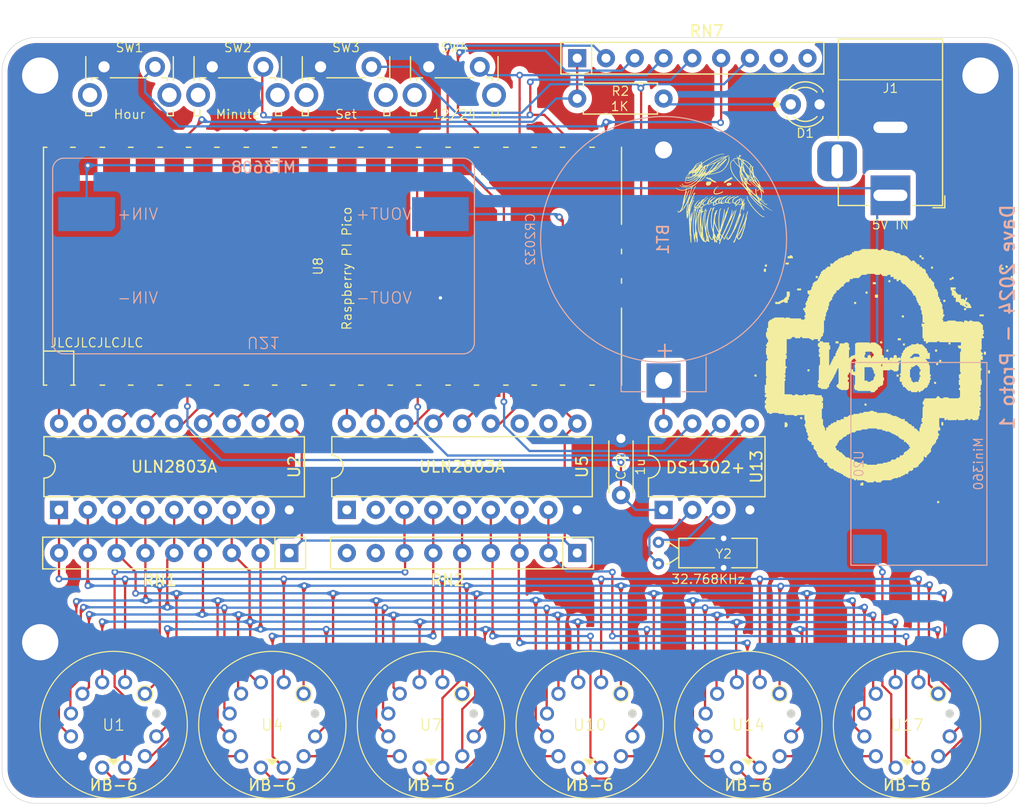
<source format=kicad_pcb>
(kicad_pcb (version 20240108) (generator "pcbnew") (generator_version "8.0")
  (layers (0 "F.Cu" signal) (31 "B.Cu" signal) (34 "B.Paste" user) (35 "F.Paste" user) (36 "B.SilkS" user "B.Silkscreen") (37 "F.SilkS" user "F.Silkscreen") (38 "B.Mask" user) (39 "F.Mask" user) (44 "Edge.Cuts" user))
  (net 0 "")
  (net 2 "GND")
  (net 3 "+5V")
  (net 4 "/SEG_{DP}")
  (net 5 "/SEG_{A}")
  (net 6 "/SEG_{B}")
  (net 7 "/SEG_{F}")
  (net 8 "/SEG_{G}")
  (net 9 "+25V")
  (net 10 "/SEG_{D}")
  (net 11 "/SEG_{C}")
  (net 12 "/SEG_{E}")
  (net 13 "/GRID_{2}")
  (net 14 "Net-(BT1-+)")
  (net 15 "/GRID_{4}")
  (net 16 "/SW_SET")
  (net 17 "/GRID_{5}")
  (net 18 "/GRID_{1}")
  (net 19 "/GRID_{6}")
  (net 20 "/GRID_{3}")
  (net 21 "Net-(U1-F+)")
  (net 22 "+1V0")
  (net 24 "Net-(U10-F+)")
  (net 25 "Net-(U10-F-)")
  (net 26 "Net-(U4-F+)")
  (net 27 "Net-(D1-A)")
  (net 28 "/SW_12-24")
  (net 29 "/RTC_{SDA}")
  (net 30 "/RTC_{SCL}")
  (net 31 "Net-(U13-X1)")
  (net 32 "Net-(U13-X2)")
  (net 33 "/SW_HOUR")
  (net 34 "/SW_MINUTE")
  (net 36 "Net-(U14-F+)")
  (net 37 "+3V3")
  (net 53 "/SEG_OUT_{DP}")
  (net 54 "/SEG_OUT_{F}")
  (net 55 "/SEG_OUT_{A}")
  (net 56 "/SEG_OUT_{G}")
  (net 57 "/SEG_OUT_{C}")
  (net 58 "/SEG_OUT_{B}")
  (net 59 "/SEG_OUT_{E}")
  (net 60 "/SEG_OUT_{D}")
  (net 61 "/GRID_OUT_{2}")
  (net 62 "/GRID_OUT_{5}")
  (net 63 "/GRID_OUT_{4}")
  (net 64 "/GRID_OUT_{1}")
  (net 65 "/GRID_OUT_{6}")
  (net 66 "/GRID_OUT_{3}")
  (footprint "Local:LED_D3.0mm" (layer "F.Cu") (at 94.742 29.7315 180)
    (property "Reference" "D1")
    (property "Value" "D1" (hide yes))
  )
  (footprint "Local:MountingHole_3.2mm_M3_DIN965_Pad" (layer "F.Cu") (at 25.9742 77.216)
    (property "Reference" "H2" (hide yes))
    (property "Value" "~")
  )
  (footprint "Local:IV-6" (layer "F.Cu") (at 88.455689 84.5218)
    (property "Reference" "U14")
    (property "Value" "ИВ-6")
    (fp_circle (center 3.767111 -1.009394) (end 4.148111 -1.009394) (stroke (width 0.01)) (fill solid) (layer "Edge.Cuts"))
  )
  (footprint "Local:RPi_Pico_SMD" (layer "F.Cu") (at 51.7644 44.01965 90)
    (property "Reference" "U8")
    (property "Value" "Raspberry PI Pico")
  )
  (footprint "Resistor_THT:R_Array_SIP9" (layer "F.Cu") (at 73.3544 69.342 180)
    (property "Reference" "RN2")
    (property "Value" "10K")
  )
  (footprint "Local:crankery_small" (layer "F.Cu") (at 86.012901 38.152824)
    (property "Reference" "G***" (hide yes))
    (property "Value" "LOGO" (hide yes))
  )
  (footprint "Local:MountingHole_3.2mm_M3_DIN965_Pad" (layer "F.Cu") (at 25.9742 27.1932)
    (property "Reference" "H1" (hide yes))
    (property "Value" "~")
  )
  (footprint "Local:DIP-18_W7.62mm" (layer "F.Cu") (at 27.6344 65.532 90)
    (property "Reference" "U2")
    (property "Value" "ULN2803A")
  )
  (footprint "Local:C_Disc_D4.3mm_W1.9mm_P5.00mm" (layer "F.Cu") (at 77.216 64.232 90)
    (property "Reference" "C12")
    (property "Value" "1u")
  )
  (footprint "Local:MountingHole_3.2mm_M3_DIN965_Pad" (layer "F.Cu") (at 108.937178 27.1932)
    (property "Reference" "H3" (hide yes))
    (property "Value" "~")
  )
  (footprint "Local:BarrelJack_Horizontal" (layer "F.Cu") (at 100.9904 37.76 -90)
    (property "Reference" "J1")
    (property "Value" "5V IN")
  )
  (footprint "Local:iv6" (layer "F.Cu") (at 99.5172 52.832)
    (property "Reference" "G***")
    (property "Value" "LOGO" (hide yes))
  )
  (footprint "Local:IV-6" (layer "F.Cu") (at 46.455689 84.5218)
    (property "Reference" "U4")
    (property "Value" "ИВ-6")
    (fp_circle (center 3.767111 -1.009394) (end 4.148111 -1.009394) (stroke (width 0.01)) (fill solid) (layer "Edge.Cuts"))
  )
  (footprint "Local:DIP-18_W7.62mm" (layer "F.Cu") (at 53.0344 65.532 90)
    (property "Reference" "U5")
    (property "Value" "ULN2803A")
  )
  (footprint "Local:IV-6" (layer "F.Cu") (at 60.455689 84.5218)
    (property "Reference" "U7")
    (property "Value" "ИВ-6")
    (fp_circle (center 3.767111 -1.009394) (end 4.148111 -1.009394) (stroke (width 0.01)) (fill solid) (layer "Edge.Cuts"))
  )
  (footprint "Local:IV-6" (layer "F.Cu") (at 74.455689 84.5218)
    (property "Reference" "U10")
    (property "Value" "ИВ-6")
    (fp_circle (center 3.767111 -1.009394) (end 4.148111 -1.009394) (stroke (width 0.01)) (fill solid) (layer "Edge.Cuts"))
  )
  (footprint "Resistor_THT:R_Array_SIP9" (layer "F.Cu") (at 73.3544 25.653)
    (property "Reference" "RN7")
    (property "Value" "10K")
  )
  (footprint "Local:SW_Tactile_SPST_Angled_PTS645Vx58-2LFS" (layer "F.Cu") (at 60.2586 26.4173)
    (property "Reference" "SW4")
    (property "Value" "12/24")
  )
  (footprint "Local:SW_Tactile_SPST_Angled_PTS645Vx58-2LFS" (layer "F.Cu") (at 50.7086 26.4173)
    (property "Reference" "SW3")
    (property "Value" "Set")
  )
  (footprint "Local:IV-6" (layer "F.Cu") (at 32.455689 84.5218)
    (property "Reference" "U1")
    (property "Value" "ИВ-6")
    (fp_circle (center 3.767111 -1.009394) (end 4.148111 -1.009394) (stroke (width 0.01)) (fill solid) (layer "Edge.Cuts"))
  )
  (footprint "Local:R_Axial_DIN0207_L6.3mm_D2.5mm_P7.62mm_Horizontal" (layer "F.Cu") (at 73.3544 29.21775)
    (property "Reference" "R2")
    (property "Value" "1K")
  )
  (footprint "Local:MountingHole_3.2mm_M3_DIN965_Pad" (layer "F.Cu") (at 108.937178 77.216)
    (property "Reference" "H4" (hide yes))
    (property "Value" "~")
  )
  (footprint "Resistor_THT:R_Array_SIP9" (layer "F.Cu") (at 47.9544 69.342 180)
    (property "Reference" "RN1")
    (property "Value" "10K")
  )
  (footprint "Local:IV-6" (layer "F.Cu") (at 102.455689 84.5218)
    (property "Reference" "U17")
    (property "Value" "ИВ-6")
    (fp_circle (center 3.767111 -1.009394) (end 4.148111 -1.009394) (stroke (width 0.01)) (fill solid) (layer "Edge.Cuts"))
  )
  (footprint "Local:SW_Tactile_SPST_Angled_PTS645Vx58-2LFS" (layer "F.Cu") (at 41.1586 26.4173)
    (property "Reference" "SW2")
    (property "Value" "Minute")
  )
  (footprint "Local:DIP-8_W7.62mm" (layer "F.Cu") (at 80.9744 65.532 90)
    (property "Reference" "U13")
    (property "Value" "DS1302+")
  )
  (footprint "Local:SW_Tactile_SPST_Angled_PTS645Vx58-2LFS" (layer "F.Cu") (at 31.6086 26.4173)
    (property "Reference" "SW1")
    (property "Value" "Hour")
  )
  (footprint "Local:Crystal_C26-LF_D2.1mm_L6.5mm_Horizontal_1EP_style2" (layer "F.Cu") (at 89.0244 68.392 -90)
    (property "Reference" "Y2")
    (property "Value" "32.768KHz")
  )
  (footprint "Local:Mini360-Module" (layer "B.Cu") (at 97.505 61.468 -90)
    (property "Reference" "U20")
    (property "Value" "Mini360")
  )
  (footprint "Local:MT3608-Module" (layer "B.Cu") (at 45.6791 51.705715)
    (property "Reference" "U21")
    (property "Value" "MT3608")
  )
  (footprint "Local:BatteryHolder_Myoung_BS-02-Axxx006" (layer "B.Cu") (at 80.9744 54.242 90)
    (property "Reference" "BT1")
    (property "Value" "CR2032")
  )
  (gr_line (start 22.606 88.44) (end 22.606 26.825) (stroke (width 0.05)) (layer "Edge.Cuts"))
  (gr_arc (start 25.606 91.44) (mid 23.48468 90.56132) (end 22.606 88.44) (stroke (width 0.05)) (layer "Edge.Cuts"))
  (gr_line (start 112.305378 26.825) (end 112.305378 88.44) (stroke (width 0.05)) (layer "Edge.Cuts"))
  (gr_arc (start 112.305378 88.44) (mid 111.426698 90.56132) (end 109.305378 91.44) (stroke (width 0.05)) (layer "Edge.Cuts"))
  (gr_line (start 25.606 23.825) (end 109.305378 23.825) (stroke (width 0.05)) (layer "Edge.Cuts"))
  (gr_arc (start 109.305378 23.825) (mid 111.426698 24.70368) (end 112.305378 26.825) (stroke (width 0.05)) (layer "Edge.Cuts"))
  (gr_arc (start 22.606 26.825) (mid 23.48468 24.70368) (end 25.606 23.825) (stroke (width 0.05)) (layer "Edge.Cuts"))
  (gr_line (start 109.305378 91.44) (end 25.606 91.44) (stroke (width 0.05)) (layer "Edge.Cuts"))
  (gr_text "Dave 2024 - Proto 1" (at 111.3282 38.453172 90) (layer "B.SilkS") (effects (font (size 1.2 1.2) (thickness 0.2) (bold yes)) (justify left mirror)))
  (gr_text "JLCJLCJLCJLC" (at 30.968686 50.7746 0) (layer "F.SilkS") (effects (font (size 0.8 0.8) (thickness 0.1))))
  (via (at 61.2846 46.81863) (size 0.6) (drill 0.3) (layers "F.Cu" "B.Cu") (net 2))
  (via (at 30.1744 35.12965) (size 0.6) (drill 0.3) (layers "F.Cu" "B.Cu") (net 3))
  (segment (start 30.0736 35.23045) (end 30.0736 39.4208) (width 0.2) (layer "B.Cu") (net 3))
  (segment (start 99.822 38.8284) (end 99.822 53.041) (width 0.2) (layer "B.Cu") (net 3))
  (segment (start 65.3288 37.1348) (end 63.2968 35.1028) (width 0.2) (layer "B.Cu") (net 3))
  (segment (start 30.20125 35.1028) (end 30.1744 35.12965) (width 0.2) (layer "B.Cu") (net 3))
  (segment (start 100.4652 37.1348) (end 65.3288 37.1348) (width 0.2) (layer "B.Cu") (net 3))
  (segment (start 30.1744 35.12965) (end 30.0736 35.23045) (width 0.2) (layer "B.Cu") (net 3))
  (segment (start 63.2968 35.1028) (end 30.20125 35.1028) (width 0.2) (layer "B.Cu") (net 3))
  (segment (start 99.822 53.041) (end 98.925 53.938) (width 0.2) (layer "B.Cu") (net 3))
  (segment (start 37.2364 84.517594) (end 36.2228 85.531194) (width 0.2) (layer "F.Cu") (net 4))
  (segment (start 79.4512 83.67135) (end 78.2228 84.89975) (width 0.2) (layer "F.Cu") (net 4))
  (segment (start 45.4144 76.0722) (end 45.4144 69.342) (width 0.2) (layer "F.Cu") (net 4))
  (segment (start 78.2228 84.89975) (end 78.2228 85.531194) (width 0.2) (layer "F.Cu") (net 4))
  (segment (start 65.2038 76.1472) (end 65.2038 84.550194) (width 0.2) (layer "F.Cu") (net 4))
  (segment (start 105.156 80.3656) (end 107.2896 82.4992) (width 0.2) (layer "F.Cu") (net 4))
  (segment (start 93.2038 84.550194) (end 92.2228 85.531194) (width 0.2) (layer "F.Cu") (net 4))
  (segment (start 65.278 76.073) (end 65.2038 76.1472) (width 0.2) (layer "F.Cu") (net 4))
  (segment (start 105.156 76.108) (end 105.156 80.3656) (width 0.2) (layer "F.Cu") (net 4))
  (segment (start 45.4152 76.073) (end 45.4144 76.0722) (width 0.2) (layer "F.Cu") (net 4))
  (segment (start 51.216 84.537994) (end 51.216 76.073) (width 0.2) (layer "F.Cu") (net 4))
  (segment (start 65.2038 84.550194) (end 64.2228 85.531194) (width 0.2) (layer "F.Cu") (net 4))
  (segment (start 107.2896 82.4992) (end 107.2896 84.464394) (width 0.2) (layer "F.Cu") (net 4))
  (segment (start 50.2228 85.531194) (end 51.216 84.537994) (width 0.2) (layer "F.Cu") (net 4))
  (segment (start 79.5116 76.073) (end 79.4512 76.1334) (width 0.2) (layer "F.Cu") (net 4))
  (segment (start 37.1856 76.003) (end 37.2364 76.0538) (width 0.2) (layer "F.Cu") (net 4))
  (segment (start 79.4512 76.1334) (end 79.4512 83.67135) (width 0.2) (layer "F.Cu") (net 4))
  (segment (start 37.2364 76.0538) (end 37.2364 84.517594) (width 0.2) (layer "F.Cu") (net 4))
  (segment (start 93.2038 76.273) (end 93.2038 84.550194) (width 0.2) (layer "F.Cu") (net 4))
  (segment (start 45.4144 65.532) (end 45.4144 69.342) (width 0.2) (layer "F.Cu") (net 4))
  (segment (start 107.2896 84.464394) (end 106.2228 85.531194) (width 0.2) (layer "F.Cu") (net 4))
  (segment (start 105.1656 76.0984) (end 105.156 76.108) (width 0.2) (layer "F.Cu") (net 4))
  (segment (start 93.0038 76.073) (end 93.2038 76.273) (width 0.2) (layer "F.Cu") (net 4))
  (via (at 79.5116 76.073) (size 0.6) (drill 0.3) (layers "F.Cu" "B.Cu") (net 4))
  (via (at 93.0038 76.073) (size 0.6) (drill 0.3) (layers "F.Cu" "B.Cu") (net 4))
  (via (at 105.1656 76.0984) (size 0.6) (drill 0.3) (layers "F.Cu" "B.Cu") (net 4))
  (via (at 45.4152 76.073) (size 0.6) (drill 0.3) (layers "F.Cu" "B.Cu") (net 4))
  (via (at 37.1856 76.003) (size 0.6) (drill 0.3) (layers "F.Cu" "B.Cu") (net 4))
  (via (at 51.216 76.073) (size 0.6) (drill 0.3) (layers "F.Cu" "B.Cu") (net 4))
  (via (at 65.278 76.073) (size 0.6) (drill 0.3) (layers "F.Cu" "B.Cu") (net 4))
  (segment (start 105.1656 76.0984) (end 105.1402 76.073) (width 0.2) (layer "B.Cu") (net 4))
  (segment (start 105.1402 76.073) (end 93.0038 76.073) (width 0.2) (layer "B.Cu") (net 4))
  (segment (start 37.2556 76.073) (end 45.4152 76.073) (width 0.2) (layer "B.Cu") (net 4))
  (segment (start 45.4152 76.073) (end 65.278 76.073) (width 0.2) (layer "B.Cu") (net 4))
  (segment (start 93.0038 76.073) (end 65.278 76.073) (width 0.2) (layer "B.Cu") (net 4))
  (segment (start 37.1856 76.003) (end 37.2556 76.073) (width 0.2) (layer "B.Cu") (net 4))
  (segment (start 61.465083 71.630917) (end 61.468 71.628) (width 0.2) (layer "F.Cu") (net 5))
  (segment (start 89.465083 71.812083) (end 89.408 71.755) (width 0.2) (layer "F.Cu") (net 5))
  (segment (start 47.465083 71.660917) (end 47.498 71.628) (width 0.2) (layer "F.Cu") (net 5))
  (segment (start 47.465083 80.754689) (end 47.465083 71.660917) (width 0.2) (layer "F.Cu") (net 5))
  (segment (start 27.6344 69.342) (end 27.6344 65.532) (width 0.2) (layer "F.Cu") (net 5))
  (segment (start 89.408 71.755) (end 89.535 71.628) (width 0.2) (layer "F.Cu") (net 5))
  (segment (start 61.465083 80.754689) (end 61.465083 71.630917) (width 0.2) (layer "F.Cu") (net 5))
  (segment (start 103.4796 79.824469) (end 103.465083 79.838986) (width 0.2) (layer "F.Cu") (net 5))
  (segment (start 103.465083 79.838986) (end 103.465083 80.754689) (width 0.2) (layer "F.Cu") (net 5))
  (segment (start 75.465083 80.754689) (end 75.465083 71.755) (width 0.2) (layer "F.Cu") (net 5))
  (segment (start 33.465083 80.754689) (end 33.465083 71.692083) (width 0.2) (layer "F.Cu") (net 5))
  (segment (start 89.465083 80.754689) (end 89.465083 71.812083) (width 0.2) (layer "F.Cu") (net 5))
  (segment (start 33.465083 71.692083) (end 33.401 71.628) (width 0.2) (layer "F.Cu") (net 5))
  (segment (start 103.4796 71.628) (end 103.4796 79.824469) (width 0.2) (layer "F.Cu") (net 5))
  (segment (start 75.465083 71.600917) (end 75.465083 71.755) (width 0.2) (layer "F.Cu") (net 5))
  (segment (start 27.6344 71.628) (end 27.6344 69.342) (width 0.2) (layer "F.Cu") (net 5))
  (via (at 47.465083 71.628) (size 0.6) (drill 0.3) (layers "F.Cu" "B.Cu") (net 5))
  (via (at 33.465083 71.628) (size 0.6) (drill 0.3) (layers "F.Cu" "B.Cu") (net 5))
  (via (at 103.4796 71.628) (size 0.6) (drill 0.3) (layers "F.Cu" "B.Cu") (net 5))
  (via (at 27.6344 71.628) (size 0.6) (drill 0.3) (layers "F.Cu" "B.Cu") (net 5))
  (via (at 75.465083 71.628) (size 0.6) (drill 0.3) (layers "F.Cu" "B.Cu") (net 5))
  (via (at 89.465083 71.628) (size 0.6) (drill 0.3) (layers "F.Cu" "B.Cu") (net 5))
  (via (at 61.465083 71.628) (size 0.6) (drill 0.3) (layers "F.Cu" "B.Cu") (net 5))
  (segment (start 27.6344 71.628) (end 103.4796 71.628) (width 0.2) (layer "B.Cu") (net 5))
  (segment (start 49.213405 72.290595) (end 49.276 72.228) (width 0.2) (layer "F.Cu") (net 6))
  (segment (start 91.213405 81.764084) (end 91.213405 72.362595) (width 0.2) (layer "F.Cu") (net 6))
  (segment (start 104.390083 72.190717) (end 104.390083 80.940762) (width 0.2) (layer "F.Cu") (net 6))
  (segment (start 77.213405 81.764084) (end 77.213405 72.230595) (width 0.2) (layer "F.Cu") (net 6))
  (segment (start 77.213405 72.230595) (end 77.216 72.228) (width 0.2) (layer "F.Cu") (net 6))
  (segment (start 36.5252 80.452289) (end 35.213405 81.764084) (width 0.2) (layer "F.Cu") (net 6))
  (segment (start 49.213405 81.764084) (end 49.213405 72.290595) (width 0.2) (layer "F.Cu") (net 6))
  (segment (start 104.390083 80.940762) (end 105.213405 81.764084) (width 0.2) (layer "F.Cu") (net 6))
  (segment (start 91.213405 72.362595) (end 91.313 72.263) (width 0.2) (layer "F.Cu") (net 6))
  (segment (start 63.6016 72.228) (end 63.6016 81.375889) (width 0.2) (layer "F.Cu") (net 6))
  (segment (start 63.6016 81.375889) (end 63.213405 81.764084) (width 0.2) (layer "F.Cu") (net 6))
  (segment (start 30.1744 69.342) (end 30.1744 65.532) (width 0.2) (layer "F.Cu") (net 6))
  (segment (start 30.189404 72.228) (end 30.1744 72.212996) (width 0.2) (layer "F.Cu") (net 6))
  (segment (start 30.1744 72.212996) (end 30.1744 69.342) (width 0.2) (layer "F.Cu") (net 6))
  (segment (start 36.5252 72.228) (end 36.5252 80.452289) (width 0.2) (layer "F.Cu") (net 6))
  (segment (start 104.4448 72.136) (end 104.390083 72.190717) (width 0.2) (layer "F.Cu") (net 6))
  (via (at 49.276 72.228) (size 0.6) (drill 0.3) (layers "F.Cu" "B.Cu") (net 6))
  (via (at 36.5252 72.228) (size 0.6) (drill 0.3) (layers "F.Cu" "B.Cu") (net 6))
  (via (at 63.6016 72.228) (size 0.6) (drill 0.3) (layers "F.Cu" "B.Cu") (net 6))
  (via (at 91.313 72.263) (size 0.6) (drill 0.3) (layers "F.Cu" "B.Cu") (net 6))
  (via (at 30.189404 72.228) (size 0.6) (drill 0.3) (layers "F.Cu" "B.Cu") (net 6))
  (via (at 77.216 72.228) (size 0.6) (drill 0.3) (layers "F.Cu" "B.Cu") (net 6))
  (via (at 104.4448 72.136) (size 0.6) (drill 0.3) (layers "F.Cu" "B.Cu") (net 6))
  (segment (start 63.6016 72.228) (end 77.216 72.228) (width 0.2) (layer "B.Cu") (net 6))
  (segment (start 104.3528 72.228) (end 77.216 72.228) (width 0.2) (layer "B.Cu") (net 6))
  (segment (start 30.189404 72.228) (end 36.5252 72.228) (width 0.2) (layer "B.Cu") (net 6))
  (segment (start 49.276 72.228) (end 63.6016 72.228) (width 0.2) (layer "B.Cu") (net 6))
  (segment (start 36.5252 72.228) (end 49.276 72.228) (width 0.2) (layer "B.Cu") (net 6))
  (segment (start 104.4448 72.136) (end 104.3528 72.228) (width 0.2) (layer "B.Cu") (net 6))
  (segment (start 40.3344 74.6926) (end 40.259 74.768) (width 0.2) (layer "F.Cu") (net 7))
  (segment (start 57.15 81.216111) (end 57.697973 81.764084) (width 0.2) (layer "F.Cu") (net 7))
  (segment (start 85.6488 74.8538) (end 85.6488 81.714911) (width 0.2) (layer "F.Cu") (net 7))
  (segment (start 43.4848 74.768) (end 43.434 74.8188) (width 0.2) (layer "F.Cu") (net 7))
  (segment (start 43.434 74.8188) (end 43.434 81.500111) (width 0.2) (layer "F.Cu") (net 7))
  (segment (start 30.2768 81.185257) (end 29.697973 81.764084) (width 0.2) (layer "F.Cu") (net 7))
  (segment (start 30.2768 74.772892) (end 30.2768 81.185257) (width 0.2) (layer "F.Cu") (net 7))
  (segment (start 99.4664 81.284457) (end 99.822 81.640057) (width 0.2) (layer "F.Cu") (net 7))
  (segment (start 40.3344 65.532) (end 40.3344 69.342) (width 0.2) (layer "F.Cu") (net 7))
  (segment (start 57.15 74.803) (end 57.15 81.216111) (width 0.2) (layer "F.Cu") (net 7))
  (segment (start 40.3344 69.342) (end 40.3344 74.6926) (width 0.2) (layer "F.Cu") (net 7))
  (segment (start 71.697973 74.872973) (end 71.697973 81.764084) (width 0.2) (layer "F.Cu") (net 7))
  (segment (start 71.628 74.803) (end 71.697973 74.872973) (width 0.2) (layer "F.Cu") (net 7))
  (segment (start 30.30262 74.747072) (end 30.2768 74.772892) (width 0.2) (layer "F.Cu") (net 7))
  (segment (start 85.6996 74.803) (end 85.6488 74.8538) (width 0.2) (layer "F.Cu") (net 7))
  (segment (start 99.4664 74.803) (end 99.4664 81.284457) (width 0.2) (layer "F.Cu") (net 7))
  (via (at 99.4664 74.803) (size 0.6) (drill 0.3) (layers "F.Cu" "B.Cu") (net 7))
  (via (at 30.30262 74.747072) (size 0.6) (drill 0.3) (layers "F.Cu" "B.Cu") (net 7))
  (via (at 71.628 74.803) (size 0.6) (drill 0.3) (layers "F.Cu" "B.Cu") (net 7))
  (via (at 40.259 74.768) (size 0.6) (drill 0.3) (layers "F.Cu" "B.Cu") (net 7))
  (via (at 57.15 74.803) (size 0.6) (drill 0.3) (layers "F.Cu" "B.Cu") (net 7))
  (via (at 85.6996 74.803) (size 0.6) (drill 0.3) (layers "F.Cu" "B.Cu") (net 7))
  (via (at 43.4848 74.768) (size 0.6) (drill 0.3) (layers "F.Cu" "B.Cu") (net 7))
  (segment (start 30.323548 74.768) (end 40.259 74.768) (width 0.2) (layer "B.Cu") (net 7))
  (segment (start 43.4848 74.768) (end 43.5198 74.803) (width 0.2) (layer "B.Cu") (net 7))
  (segment (start 57.15 74.803) (end 71.628 74.803) (width 0.2) (layer "B.Cu") (net 7))
  (segment (start 43.4848 74.768) (end 40.259 74.768) (width 0.2) (layer "B.Cu") (net 7))
  (segment (start 99.4664 74.803) (end 85.6996 74.803) (width 0.2) (layer "B.Cu") (net 7))
  (segment (start 71.628 74.803) (end 85.6996 74.803) (width 0.2) (layer "B.Cu") (net 7))
  (segment (start 30.30262 74.747072) (end 30.323548 74.768) (width 0.2) (layer "B.Cu") (net 7))
  (segment (start 43.5198 74.803) (end 57.15 74.803) (width 0.2) (layer "B.Cu") (net 7))
  (segment (start 87.376 75.4888) (end 87.376 80.684394) (width 0.2) (layer "F.Cu") (net 8))
  (segment (start 59.4868 75.403) (end 59.446295 75.443505) (width 0.2) (layer "F.Cu") (net 8))
  (segment (start 44.5008 75.403) (end 44.5008 80.1116) (width 0.2) (layer "F.Cu") (net 8))
  (segment (start 44.45 70.9176) (end 42.8744 69.342) (width 0.2) (layer "F.Cu") (net 8))
  (segment (start 59.446295 75.443505) (end 59.446295 80.754689) (width 0.2) (layer "F.Cu") (net 8))
  (segment (start 44.45 75.3522) (end 44.45 70.9176) (width 0.2) (layer "F.Cu") (net 8))
  (segment (start 73.406 75.403) (end 73.446295 75.443295) (width 0.2) (layer "F.Cu") (net 8))
  (segment (start 87.4268 75.438) (end 87.376 75.4888) (width 0.2) (layer "F.Cu") (net 8))
  (segment (start 42.8744 65.532) (end 42.8744 69.342) (width 0.2) (layer "F.Cu") (net 8))
  (segment (start 101.3968 75.438) (end 101.3968 80.705194) (width 0.2) (layer "F.Cu") (net 8))
  (segment (start 31.4452 75.403) (end 31.4452 80.753594) (width 0.2) (layer "F.Cu") (net 8))
  (segment (start 44.5008 75.403) (end 44.45 75.3522) (width 0.2) (layer "F.Cu") (net 8))
  (segment (start 73.446295 75.443295) (end 73.446295 80.754689) (width 0.2) (layer "F.Cu") (net 8))
  (segment (start 44.5008 80.1116) (end 45.143889 80.754689) (width 0.2) (layer "F.Cu") (net 8))
  (via (at 59.4868 75.403) (size 0.6) (drill 0.3) (layers "F.Cu" "B.Cu") (net 8))
  (via (at 73.406 75.403) (size 0.6) (drill 0.3) (layers "F.Cu" "B.Cu") (net 8))
  (via (at 44.5008 75.403) (size 0.6) (drill 0.3) (layers "F.Cu" "B.Cu") (net 8))
  (via (at 101.3968 75.438) (size 0.6) (drill 0.3) (layers "F.Cu" "B.Cu") (net 8))
  (via (at 31.4452 75.403) (size 0.6) (drill 0.3) (layers "F.Cu" "B.Cu") (net 8))
  (via (at 87.4268 75.438) (size 0.6) (drill 0.3) (layers "F.Cu" "B.Cu") (net 8))
  (segment (start 73.441 75.438) (end 73.406 75.403) (width 0.2) (layer "B.Cu") (net 8))
  (segment (start 31.4452 75.403) (end 44.5008 75.403) (width 0.2) (layer "B.Cu") (net 8))
  (segment (start 101.3968 75.438) (end 87.4268 75.438) (width 0.2) (layer "B.Cu") (net 8))
  (segment (start 73.406 75.403) (end 59.4868 75.403) (width 0.2) (layer "B.Cu") (net 8))
  (segment (start 87.4268 75.438) (end 73.441 75.438) (width 0.2) (layer "B.Cu") (net 8))
  (segment (start 44.5008 75.403) (end 59.4868 75.403) (width 0.2) (layer "B.Cu") (net 8))
  (segment (start 72.0852 56.6428) (end 73.3544 57.912) (width 0.2) (layer "F.Cu") (net 9))
  (segment (start 72.2544 59.012) (end 73.3544 57.912) (width 0.2) (layer "F.Cu") (net 9))
  (segment (start 73.3544 69.342) (end 72.2544 68.242) (width 0.2) (layer "F.Cu") (net 9))
  (segment (start 71.7804 39.6748) (end 72.0852 39.9796) (width 0.2) (layer "F.Cu") (net 9))
  (segment (start 49.0544 68.242) (end 49.0544 59.012) (width 0.2) (layer "F.Cu") (net 9))
  (segment (start 47.9544 69.342) (end 49.0544 68.242) (width 0.2) (layer "F.Cu") (net 9))
  (segment (start 72.2544 68.242) (end 72.2544 59.012) (width 0.2) (layer "F.Cu") (net 9))
  (segment (start 49.0544 59.012) (end 47.9544 57.912) (width 0.2) (layer "F.Cu") (net 9))
  (segment (start 72.0852 39.9796) (end 72.0852 56.6428) (width 0.2) (layer "F.Cu") (net 9))
  (via (at 71.7804 39.6748) (size 0.6) (drill 0.3) (layers "F.Cu" "B.Cu") (net 9))
  (segment (start 71.7804 39.6748) (end 71.5264 39.4208) (width 0.2) (layer "B.Cu") (net 9))
  (segment (start 73.3544 69.342) (end 72.2544 68.242) (width 0.2) (layer "B.Cu") (net 9))
  (segment (start 72.2544 68.242) (end 49.0544 68.242) (width 0.2) (layer "B.Cu") (net 9))
  (segment (start 49.0544 68.242) (end 47.9544 69.342) (width 0.2) (layer "B.Cu") (net 9))
  (segment (start 71.5264 39.4208) (end 61.2846 39.4208) (width 0.2) (layer "B.Cu") (net 9))
  (segment (start 84.688578 85.531194) (end 83.566 84.408616) (width 0.2) (layer "F.Cu") (net 10))
  (segment (start 27.626578 84.469194) (end 28.688578 85.531194) (width 0.2) (layer "F.Cu") (net 10))
  (segment (start 42.688578 85.531194) (end 41.626578 84.469194) (width 0.2) (layer "F.Cu") (net 10))
  (segment (start 41.626578 84.469194) (end 41.626578 73.562422) (width 0.2) (layer "F.Cu") (net 10))
  (segment (start 97.763578 84.606194) (end 98.688578 85.531194) (width 0.2) (layer "F.Cu") (net 10))
  (segment (start 69.6976 84.540216) (end 70.688578 85.531194) (width 0.2) (layer "F.Cu") (net 10))
  (segment (start 29.1592 80.206314) (end 27.626578 81.738936) (width 0.2) (layer "F.Cu") (net 10))
  (segment (start 27.626578 81.738936) (end 27.626578 84.469194) (width 0.2) (layer "F.Cu") (net 10))
  (segment (start 35.2552 73.4822) (end 35.2552 69.3428) (width 0.2) (layer "F.Cu") (net 10))
  (segment (start 41.626578 73.562422) (end 41.656 73.533) (width 0.2) (layer "F.Cu") (net 10))
  (segment (start 35.2544 65.532) (end 35.2544 69.342) (width 0.2) (layer "F.Cu") (net 10))
  (segment (start 83.566 84.408616) (end 83.566 73.533) (width 0.2) (layer "F.Cu") (net 10))
  (segment (start 69.6976 73.498) (end 69.6976 84.540216) (width 0.2) (layer "F.Cu") (net 10))
  (segment (start 35.306 73.533) (end 35.2552 73.4822) (width 0.2) (layer "F.Cu") (net 10))
  (segment (start 97.763578 73.658978) (end 97.763578 84.606194) (width 0.2) (layer "F.Cu") (net 10))
  (segment (start 97.6376 73.533) (end 97.763578 73.658978) (width 0.2) (layer "F.Cu") (net 10))
  (segment (start 29.1592 73.6092) (end 29.1592 80.206314) (width 0.2) (layer "F.Cu") (net 10))
  (segment (start 55.626 84.468616) (end 55.626 73.533) (width 0.2) (layer "F.Cu") (net 10))
  (segment (start 56.688578 85.531194) (end 55.626 84.468616) (width 0.2) (layer "F.Cu") (net 10))
  (via (at 83.566 73.533) (size 0.6) (drill 0.3) (layers "F.Cu" "B.Cu") (net 10))
  (via (at 35.306 73.533) (size 0.6) (drill 0.3) (layers "F.Cu" "B.Cu") (net 10))
  (via (at 97.6376 73.533) (size 0.6) (drill 0.3) (layers "F.Cu" "B.Cu") (net 10))
  (via (at 69.6976 73.498) (size 0.6) (drill 0.3) (layers "F.Cu" "B.Cu") (net 10))
  (via (at 41.656 73.533) (size 0.6) (drill 0.3) (layers "F.Cu" "B.Cu") (net 10))
  (via (at 29.1592 73.6092) (size 0.6) (drill 0.3) (layers "F.Cu" "B.Cu") (net 10))
  (via (at 55.626 73.533) (size 0.6) (drill 0.3) (layers "F.Cu" "B.Cu") (net 10))
  (segment (start 69.7326 73.533) (end 83.566 73.533) (width 0.2) (layer "B.Cu") (net 10))
  (segment (start 29.1592 73.6092) (end 29.2354 73.533) (width 0.2) (layer "B.Cu") (net 10))
  (segment (start 41.656 73.533) (end 55.626 73.533) (width 0.2) (layer "B.Cu") (net 10))
  (segment (start 69.6976 73.498) (end 69.7326 73.533) (width 0.2) (layer "B.Cu") (net 10))
  (segment (start 69.6626 73.533) (end 69.6976 73.498) (width 0.2) (layer "B.Cu") (net 10))
  (segment (start 29.2354 73.533) (end 35.306 73.533) (width 0.2) (layer "B.Cu") (net 10))
  (segment (start 35.306 73.533) (end 41.656 73.533) (width 0.2) (layer "B.Cu") (net 10))
  (segment (start 55.626 73.533) (end 69.6626 73.533) (width 0.2) (layer "B.Cu") (net 10))
  (segment (start 97.6376 73.533) (end 83.566 73.533) (width 0.2) (layer "B.Cu") (net 10))
  (segment (start 105.7656 72.9488) (end 105.7656 80.409514) (width 0.2) (layer "F.Cu") (net 11))
  (segment (start 80.1116 72.898) (end 80.1116 85.4964) (width 0.2) (layer "F.Cu") (net 11))
  (segment (start 107.696 82.339914) (end 107.696 85.3948) (width 0.2) (layer "F.Cu") (net 11))
  (segment (start 50.291035 87.279516) (end 49.213405 87.279516) (width 0.2) (layer "F.Cu") (net 11))
  (segment (start 105.7656 80.409514) (end 107.696 82.339914) (width 0.2) (layer "F.Cu") (net 11))
  (segment (start 35.782626 87.279516) (end 35.213405 87.279516) (width 0.2) (layer "F.Cu") (net 11))
  (segment (start 93.6244 72.898) (end 93.6038 72.9186) (width 0.2) (layer "F.Cu") (net 11))
  (segment (start 107.696 85.3948) (end 105.811284 87.279516) (width 0.2) (layer "F.Cu") (net 11))
  (segment (start 92.291035 87.279516) (end 91.213405 87.279516) (width 0.2) (layer "F.Cu") (net 11))
  (segment (start 64.5064 72.933) (end 64.354865 73.084535) (width 0.2) (layer "F.Cu") (net 11))
  (segment (start 105.811284 87.279516) (end 105.213405 87.279516) (width 0.2) (layer "F.Cu") (net 11))
  (segment (start 37.9984 85.063742) (end 35.782626 87.279516) (width 0.2) (layer "F.Cu") (net 11))
  (segment (start 64.354865 73.084535) (end 64.354865 81.992997) (width 0.2) (layer "F.Cu") (net 11))
  (segment (start 34.3916 71.0192) (end 32.7144 69.342) (width 0.2) (layer "F.Cu") (net 11))
  (segment (start 80.1116 85.4964) (end 78.328484 87.279516) (width 0.2) (layer "F.Cu") (net 11))
  (segment (start 64.354865 81.992997) (end 63.213405 83.134457) (width 0.2) (layer "F.Cu") (net 11))
  (segment (start 105.664 72.8472) (end 105.7656 72.9488) (width 0.2) (layer "F.Cu") (net 11))
  (segment (start 51.816 72.898) (end 51.816 85.754551) (width 0.2) (layer "F.Cu") (net 11))
  (segment (start 32.7144 69.342) (end 32.7144 65.532) (width 0.2) (layer "F.Cu") (net 11))
  (segment (start 63.213405 83.134457) (end 63.213405 87.279516) (width 0.2) (layer "F.Cu") (net 11))
  (segment (start 37.9984 72.898) (end 37.9984 85.063742) (width 0.2) (layer "F.Cu") (net 11))
  (segment (start 93.6038 85.966751) (end 92.291035 87.279516) (width 0.2) (layer "F.Cu") (net 11))
  (segment (start 78.328484 87.279516) (end 77.213405 87.279516) (width 0.2) (layer "F.Cu") (net 11))
  (segment (start 51.816 85.754551) (end 50.291035 87.279516) (width 0.2) (layer "F.Cu") (net 11))
  (segment (start 34.3916 72.898) (end 34.3916 71.0192) (width 0.2) (layer "F.Cu") (net 11))
  (segment (start 93.6038 72.9186) (end 93.6038 85.966751) (width 0.2) (layer "F.Cu") (net 11))
  (via (at 34.3916 72.898) (size 0.6) (drill 0.3) (layers "F.Cu" "B.Cu") (net 11))
  (via (at 64.5064 72.933) (size 0.6) (drill 0.3) (layers "F.Cu" "B.Cu") (net 11))
  (via (at 37.9984 72.898) (size 0.6) (drill 0.3) (layers "F.Cu" "B.Cu") (net 11))
  (via (at 105.664 72.8472) (size 0.6) (drill 0.3) (layers "F.Cu" "B.Cu") (net 11))
  (via (at 93.6244 72.898) (size 0.6) (drill 0.3) (layers "F.Cu" "B.Cu") (net 11))
  (via (at 80.1116 72.898) (size 0.6) (drill 0.3) (layers "F.Cu" "B.Cu") (net 11))
  (via (at 51.816 72.898) (size 0.6) (drill 0.3) (layers "F.Cu" "B.Cu") (net 11))
  (segment (start 80.1116 72.898) (end 64.5414 72.898) (width 0.2) (layer "B.Cu") (net 11))
  (segment (start 64.5064 72.933) (end 64.4714 72.898) (width 0.2) (layer "B.Cu") (net 11))
  (segment (start 34.3916 72.898) (end 37.9984 72.898) (width 0.2) (layer "B.Cu") (net 11))
  (segment (start 64.5414 72.898) (end 64.5064 72.933) (width 0.2) (layer "B.Cu") (net 11))
  (segment (start 80.1116 72.898) (end 93.6244 72.898) (width 0.2) (layer "B.Cu") (net 11))
  (segment (start 64.4714 72.898) (end 51.816 72.898) (width 0.2) (layer "B.Cu") (net 11))
  (segment (start 105.6132 72.898) (end 93.6244 72.898) (width 0.2) (layer "B.Cu") (net 11))
  (segment (start 105.664 72.8472) (end 105.6132 72.898) (width 0.2) (layer "B.Cu") (net 11))
  (segment (start 37.9984 72.898) (end 51.816 72.898) (width 0.2) (layer "B.Cu") (net 11))
  (segment (start 29.5592 80.372) (end 28.635973 81.295227) (width 0.2) (layer "F.Cu") (net 12))
  (segment (start 42.226578 74.168) (end 42.226578 83.050406) (width 0.2) (layer "F.Cu") (net 12))
  (segment (start 56.226 74.33) (end 56.226 83.049828) (width 0.2) (layer "F.Cu") (net 12))
  (segment (start 70.6628 74.203) (end 70.6628 83.486628) (width 0.2) (layer "F.Cu") (net 12))
  (segment (start 98.688578 80.014836) (end 98.688578 83.512406) (width 0.2) (layer "F.Cu") (net 12))
  (segment (start 42.226578 83.050406) (end 42.688578 83.512406) (width 0.2) (layer "F.Cu") (net 12))
  (segment (start 56.226 83.049828) (end 56.688578 83.512406) (width 0.2) (layer "F.Cu") (net 12))
  (segment (start 29.5592 74.363663) (end 29.5592 80.372) (width 0.2) (layer "F.Cu") (net 12))
  (segment (start 98.7044 74.1172) (end 98.7044 79.999014) (width 0.2) (layer "F.Cu") (net 12))
  (segment (start 84.6328 74.168) (end 84.6328 83.456628) (width 0.2) (layer "F.Cu") (net 12))
  (segment (start 28.635973 81.295227) (end 28.635973 83.459801) (width 0.2) (layer "F.Cu") (net 12))
  (segment (start 37.1856 69.9508) (end 37.7944 69.342) (width 0.2) (layer "F.Cu") (net 12))
  (segment (start 29.789863 74.133) (end 29.5592 74.363663) (width 0.2) (layer "F.Cu") (net 12))
  (segment (start 37.7944 65.532) (end 37.7944 69.342) (width 0.2) (layer "F.Cu") (net 12))
  (segment (start 37.1856 74.133) (end 37.1856 69.9508) (width 0.2) (layer "F.Cu") (net 12))
  (segment (start 56.388 74.168) (end 56.226 74.33) (width 0.2) (layer "F.Cu") (net 12))
  (segment (start 98.7044 79.999014) (end 98.688578 80.014836) (width 0.2) (layer "F.Cu") (net 12))
  (via (at 70.6628 74.203) (size 0.6) (drill 0.3) (layers "F.Cu" "B.Cu") (net 12))
  (via (at 98.7044 74.1172) (size 0.6) (drill 0.3) (layers "F.Cu" "B.Cu") (net 12))
  (via (at 84.6328 74.168) (size 0.6) (drill 0.3) (layers "F.Cu" "B.Cu") (net 12))
  (via (at 37.1856 74.133) (size 0.6) (drill 0.3) (layers "F.Cu" "B.Cu") (net 12))
  (via (at 56.388 74.168) (size 0.6) (drill 0.3) (layers "F.Cu" "B.Cu") (net 12))
  (via (at 29.789863 74.133) (size 0.6) (drill 0.3) (layers "F.Cu" "B.Cu") (net 12))
  (via (at 42.226578 74.168) (size 0.6) (drill 0.3) (layers "F.Cu" "B.Cu") (net 12))
  (segment (start 98.6536 74.168) (end 37.2206 74.168) (width 0.2) (layer "B.Cu") (net 12))
  (segment (start 29.789863 74.133) (end 37.1856 74.133) (width 0.2) (layer "B.Cu") (net 12))
  (segment (start 37.2206 74.168) (end 37.1856 74.133) (width 0.2) (layer "B.Cu") (net 12))
  (segment (start 98.7044 74.1172) (end 98.6536 74.168) (width 0.2) (layer "B.Cu") (net 12))
  (segment (start 46.4312 76.673) (end 46.482 76.7238) (width 0.2) (layer "F.Cu") (net 13))
  (segment (start 60.6544 76.673) (end 60.6544 69.342) (width 0.2) (layer "F.Cu") (net 13))
  (segment (start 60.6544 65.532) (end 60.6544 69.342) (width 0.2) (layer "F.Cu") (net 13))
  (segment (start 46.482 76.7238) (end 46.482 87.305828) (width 0.2) (layer "F.Cu") (net 13))
  (segment (start 46.482 87.305828) (end 47.465083 88.288911) (width 0.2) (layer "F.Cu") (net 13))
  (via (at 60.6544 76.673) (size 0.6) (drill 0.3) (layers "F.Cu" "B.Cu") (net 13))
  (via (at 46.4312 76.673) (size 0.6) (drill 0.3) (layers "F.Cu" "B.Cu") (net 13))
  (segment (start 60.6386 76.6572) (end 60.6544 76.673) (width 0.2) (layer "B.Cu") (net 13))
  (segment (start 51.464529 76.673) (end 51.480329 76.6572) (width 0.2) (layer "B.Cu") (net 13))
  (segment (start 46.4312 76.673) (end 51.464529 76.673) (width 0.2) (layer "B.Cu") (net 13))
  (segment (start 51.480329 76.6572) (end 60.6386 76.6572) (width 0.2) (layer "B.Cu") (net 13))
  (segment (start 80.9744 57.912) (end 80.9744 54.102) (width 0.2) (layer "F.Cu") (net 14))
  (segment (start 65.8876 76.673) (end 65.8876 69.4952) (width 0.2) (layer "F.Cu") (net 15))
  (segment (start 75.465083 88.288911) (end 74.5236 87.347428) (width 0.2) (layer "F.Cu") (net 15))
  (segment (start 65.7344 65.532) (end 65.7344 69.342) (width 0.2) (layer "F.Cu") (net 15))
  (segment (start 74.5236 87.347428) (end 74.5236 76.673) (width 0.2) (layer "F.Cu") (net 15))
  (via (at 74.5236 76.673) (size 0.6) (drill 0.3) (layers "F.Cu" "B.Cu") (net 15))
  (via (at 65.8876 76.673) (size 0.6) (drill 0.3) (layers "F.Cu" "B.Cu") (net 15))
  (segment (start 65.8876 76.673) (end 74.5236 76.673) (width 0.2) (layer "B.Cu") (net 15))
  (segment (start 78.994 49.81005) (end 75.8944 52.90965) (width 0.2) (layer "F.Cu") (net 16))
  (segment (start 78.9686 28.2956) (end 78.994 28.321) (width 0.2) (layer "F.Cu") (net 16))
  (segment (start 78.994 28.321) (end 78.994 49.81005) (width 0.2) (layer "F.Cu") (net 16))
  (via (at 78.9686 28.2956) (size 0.6) (drill 0.3) (layers "F.Cu" "B.Cu") (net 16))
  (segment (start 78.626 27.953) (end 70.98 27.953) (width 0.2) (layer "B.Cu") (net 16))
  (segment (start 78.9686 28.2956) (end 78.626 27.953) (width 0.2) (layer "B.Cu") (net 16))
  (segment (start 88.5944 25.653) (end 86.2944 27.953) (width 0.2) (layer "B.Cu") (net 16))
  (segment (start 58.596899 26.4173) (end 55.2086 26.4173) (width 0.2) (layer "B.Cu") (net 16))
  (segment (start 68.4592 30.4738) (end 62.653399 30.4738) (width 0.2) (layer "B.Cu") (net 16))
  (segment (start 70.98 27.953) (end 68.4592 30.4738) (width 0.2) (layer "B.Cu") (net 16))
  (segment (start 62.653399 30.4738) (end 58.596899 26.4173) (width 0.2) (layer "B.Cu") (net 16))
  (segment (start 86.2944 27.953) (end 79.3112 27.953) (width 0.2) (layer "B.Cu") (net 16))
  (segment (start 79.3112 27.953) (end 78.9686 28.2956) (width 0.2) (layer "B.Cu") (net 16))
  (segment (start 68.2744 65.532) (end 68.2744 69.342) (width 0.2) (layer "F.Cu") (net 17))
  (segment (start 68.326 77.273) (end 68.199 77.146) (width 0.2) (layer "F.Cu") (net 17))
  (segment (start 68.199 77.146) (end 68.199 69.4174) (width 0.2) (layer "F.Cu") (net 17))
  (segment (start 88.371295 87.195123) (end 89.465083 88.288911) (width 0.2) (layer "F.Cu") (net 17))
  (segment (start 88.371295 77.273) (end 88.371295 87.195123) (width 0.2) (layer "F.Cu") (net 17))
  (via (at 88.371295 77.273) (size 0.6) (drill 0.3) (layers "F.Cu" "B.Cu") (net 17))
  (via (at 68.2744 77.273) (size 0.6) (drill 0.3) (layers "F.Cu" "B.Cu") (net 17))
  (segment (start 88.371295 77.273) (end 68.2744 77.273) (width 0.2) (layer "B.Cu") (net 17))
  (segment (start 58.1144 65.532) (end 58.1144 69.342) (width 0.2) (layer "F.Cu") (net 18))
  (segment (start 33.4264 82.024154) (end 33.4264 88.250228) (width 0.2) (layer "F.Cu") (net 18))
  (segment (start 32.5628 71.0184) (end 32.540083 71.041117) (width 0.2) (layer "F.Cu") (net 18))
  (segment (start 58.166 71.028) (end 58.166 69.3936) (width 0.2) (layer "F.Cu") (net 18))
  (segment (start 32.540083 81.137837) (end 33.4264 82.024154) (width 0.2) (layer "F.Cu") (net 18))
  (segment (start 32.540083 71.041117) (end 32.540083 81.137837) (width 0.2) (layer "F.Cu") (net 18))
  (via (at 32.5628 71.0184) (size 0.6) (drill 0.3) (layers "F.Cu" "B.Cu") (net 18))
  (via (at 58.166 71.028) (size 0.6) (drill 0.3) (layers "F.Cu" "B.Cu") (net 18))
  (segment (start 32.5628 71.0184) (end 32.5724 71.028) (width 0.2) (layer "B.Cu") (net 18))
  (segment (start 32.5724 71.028) (end 58.166 71.028) (width 0.2) (layer "B.Cu") (net 18))
  (segment (start 76.454 71.028) (end 76.454 76.673) (width 0.2) (layer "F.Cu") (net 19))
  (segment (start 102.371295 87.195123) (end 102.371295 76.708) (width 0.2) (layer "F.Cu") (net 19))
  (segment (start 70.8144 65.532) (end 70.8144 69.342) (width 0.2) (layer "F.Cu") (net 19))
  (segment (start 102.371295 87.195123) (end 103.465083 88.288911) (width 0.2) (layer "F.Cu") (net 19))
  (via (at 76.454 76.673) (size 0.6) (drill 0.3) (layers "F.Cu" "B.Cu") (net 19))
  (via (at 102.371295 76.708) (size 0.6) (drill 0.3) (layers "F.Cu" "B.Cu") (net 19))
  (via (at 76.454 71.028) (size 0.6) (drill 0.3) (layers "F.Cu" "B.Cu") (net 19))
  (segment (start 102.336295 76.673) (end 76.454 76.673) (width 0.2) (layer "B.Cu") (net 19))
  (segment (start 76.454 71.028) (end 76.3936 70.9676) (width 0.2) (layer "B.Cu") (net 19))
  (segment (start 76.3936 70.9676) (end 72.44 70.9676) (width 0.2) (layer "B.Cu") (net 19))
  (segment (start 72.44 70.9676) (end 70.8144 69.342) (width 0.2) (layer "B.Cu") (net 19))
  (segment (start 102.371295 76.708) (end 102.336295 76.673) (width 0.2) (layer "B.Cu") (net 19))
  (segment (start 63.1944 65.532) (end 63.1944 69.342) (width 0.2) (layer "F.Cu") (net 20))
  (segment (start 63.0016 80.613471) (end 61.465083 82.149988) (width 0.2) (layer "F.Cu") (net 20))
  (segment (start 61.465083 82.149988) (end 61.465083 88.288911) (width 0.2) (layer "F.Cu") (net 20))
  (segment (start 63.0016 69.5348) (end 63.0016 80.613471) (width 0.2) (layer "F.Cu") (net 20))
  (segment (start 31.446295 88.288911) (end 32.508295 89.350911) (width 0.2) (layer "F.Cu") (net 21))
  (segment (start 36.7153 87.279516) (end 43.697973 87.279516) (width 0.2) (layer "F.Cu") (net 21))
  (segment (start 32.508295 89.350911) (end 34.643905 89.350911) (width 0.2) (layer "F.Cu") (net 21))
  (segment (start 34.643905 89.350911) (end 36.7153 87.279516) (width 0.2) (layer "F.Cu") (net 21))
  (segment (start 100.2792 71.028) (end 100.2792 81.037163) (width 0.2) (layer "F.Cu") (net 22))
  (segment (start 100.2792 81.037163) (end 101.063147 81.82111) (width 0.2) (layer "F.Cu") (net 22))
  (segment (start 101.063147 81.82111) (end 101.063147 87.905763) (width 0.2) (layer "F.Cu") (net 22))
  (via (at 100.2792 71.028) (size 0.6) (drill 0.3) (layers "F.Cu" "B.Cu") (net 22))
  (segment (start 100.2792 70.7522) (end 98.725 69.198) (width 0.2) (layer "B.Cu") (net 22))
  (segment (start 100.2792 71.028) (end 100.2792 70.7522) (width 0.2) (layer "B.Cu") (net 22))
  (segment (start 74.412984 89.2556) (end 77.111155 89.2556) (width 0.2) (layer "F.Cu") (net 24))
  (segment (start 79.087239 87.279516) (end 85.697973 87.279516) (width 0.2) (layer "F.Cu") (net 24))
  (segment (start 73.446295 88.288911) (end 74.412984 89.2556) (width 0.2) (layer "F.Cu") (net 24))
  (segment (start 77.111155 89.2556) (end 79.087239 87.279516) (width 0.2) (layer "F.Cu") (net 24))
  (segment (start 59.446295 88.288911) (end 60.508295 89.350911) (width 0.2) (layer "F.Cu") (net 25))
  (segment (start 64.612484 87.279516) (end 71.697973 87.279516) (width 0.2) (layer "F.Cu") (net 25))
  (segment (start 62.541089 89.350911) (end 64.612484 87.279516) (width 0.2) (layer "F.Cu") (net 25))
  (segment (start 60.508295 89.350911) (end 62.541089 89.350911) (width 0.2) (layer "F.Cu") (net 25))
  (segment (start 45.446295 88.288911) (end 46.508295 89.350911) (width 0.2) (layer "F.Cu") (net 26))
  (segment (start 46.508295 89.350911) (end 49.03725 89.350911) (width 0.2) (layer "F.Cu") (net 26))
  (segment (start 51.108645 87.279516) (end 57.697973 87.279516) (width 0.2) (layer "F.Cu") (net 26))
  (segment (start 49.03725 89.350911) (end 51.108645 87.279516) (width 0.2) (layer "F.Cu") (net 26))
  (segment (start 81.48815 29.7315) (end 80.9744 29.21775) (width 0.2) (layer "B.Cu") (net 27))
  (segment (start 92.202 29.7315) (end 81.48815 29.7315) (width 0.2) (layer "B.Cu") (net 27))
  (segment (start 68.2744 29.2346) (end 68.2744 35.12965) (width 0.2) (layer "F.Cu") (net 28))
  (segment (start 68.2752 27.153) (end 68.2752 29.2338) (width 0.2) (layer "F.Cu") (net 28))
  (segment (start 68.2752 29.2338) (end 68.2744 29.2346) (width 0.2) (layer "F.Cu") (net 28))
  (segment (start 64.7586 26.4173) (end 65.437789 26.4173) (width 0.2) (layer "F.Cu") (net 28))
  (via (at 68.2752 27.153) (size 0.6) (drill 0.3) (layers "F.Cu" "B.Cu") (net 28))
  (segment (start 79.4744 27.153) (end 80.9744 25.653) (width 0.2) (layer "B.Cu") (net 28))
  (segment (start 65.4943 27.153) (end 64.7586 26.4173) (width 0.2) (layer "B.Cu") (net 28))
  (segment (start 68.2752 27.153) (end 65.4943 27.153) (width 0.2) (layer "B.Cu") (net 28))
  (segment (start 68.2752 27.153) (end 79.4744 27.153) (width 0.2) (layer "B.Cu") (net 28))
  (segment (start 59.2836 51.77885) (end 59.2328 51.72805) (width 0.2) (layer "F.Cu") (net 29))
  (segment (start 61.9252 24.625) (end 61.9252 33.85885) (width 0.2) (layer "F.Cu") (net 29))
  (segment (start 59.2328 51.72805) (end 59.2328 36.55125) (width 0.2) (layer "F.Cu") (net 29))
  (segment (start 61.9252 33.85885) (end 61.3156 34.46845) (width 0.2) (layer "F.Cu") (net 29))
  (segment (start 59.2328 36.55125) (end 60.6544 35.12965) (width 0.2) (layer "F.Cu") (net 29))
  (segment (start 59.2836 56.4388) (end 59.2836 51.77885) (width 0.2) (layer "F.Cu") (net 29))
  (via (at 61.9252 24.625) (size 0.6) (drill 0.3) (layers "F.Cu" "B.Cu") (net 29))
  (via (at 59.2836 56.4388) (size 0.6) (drill 0.3) (layers "F.Cu" "B.Cu") (net 29))
  (segment (start 61.918765 60.732) (end 83.2344 60.732) (width 0.2) (layer "B.Cu") (net 29))
  (segment (start 61.9252 24.625) (end 61.9972 24.553) (width 0.2) (layer "B.Cu") (net 29))
  (segment (start 61.9972 24.553) (end 74.7944 24.553) (width 0.2) (layer "B.Cu") (net 29))
  (segment (start 59.2836 56.4388) (end 59.2836 58.096835) (width 0.2) (layer "B.Cu") (net 29))
  (segment (start 83.2344 60.732) (end 86.0544 57.912) (width 0.2) (layer "B.Cu") (net 29))
  (segment (start 74.7944 24.553) (end 75.8944 25.653) (width 0.2) (layer "B.Cu") (net 29))
  (segment (start 59.2836 58.096835) (end 61.918765 60.732) (width 0.2) (layer "B.Cu") (net 29))
  (segment (start 64.5844 33.73965) (end 63.1944 35.12965) (width 0.2) (layer "F.Cu") (net 30))
  (segment (start 66.8844 38.81965) (end 63.1944 35.12965) (width 0.2) (layer "F.Cu") (net 30))
  (segment (start 64.5844 32.21285) (end 64.5844 33.73965) (width 0.2) (layer "F.Cu") (net 30))
  (segment (start 62.8332 25.2864) (end 62.8332 30.46165) (width 0.2) (layer "F.Cu") (net 30))
  (segment (start 66.8844 55.9816) (end 66.8844 38.81965) (width 0.2) (layer "F.Cu") (net 30))
  (segment (start 62.9666 25.153) (end 62.8332 25.2864) (width 0.2) (layer "F.Cu") (net 30))
  (segment (start 62.8332 30.46165) (end 64.5844 32.21285) (width 0.2) (layer "F.Cu") (net 30))
  (via (at 62.9666 25.153) (size 0.6) (drill 0.3) (layers "F.Cu" "B.Cu") (net 30))
  (via (at 66.8844 55.9816) (size 0.6) (drill 0.3) (layers "F.Cu" "B.Cu") (net 30))
  (segment (start 66.9036 56.0008) (end 66.9036 58.096835) (width 0.2) (layer "B.Cu") (net 30))
  (segment (start 62.9666 25.153) (end 63.126 24.9936) (width 0.2) (layer "B.Cu") (net 30))
  (segment (start 81.0944 60.332) (end 83.5144 57.912) (width 0.2) (layer "B.Cu") (net 30))
  (segment (start 72.3206 26.753) (end 77.2854 26.753) (width 0.2) (layer "B.Cu") (net 30))
  (segment (start 70.5612 24.9936) (end 72.3206 26.753) (width 0.2) (layer "B.Cu") (net 30))
  (segment (start 66.9036 58.096835) (end 69.138765 60.332) (width 0.2) (layer "B.Cu") (net 30))
  (segment (start 66.8844 55.9816) (end 66.9036 56.0008) (width 0.2) (layer "B.Cu") (net 30))
  (segment (start 63.126 24.9936) (end 70.5612 24.9936) (width 0.2) (layer "B.Cu") (net 30))
  (segment (start 69.138765 60.332) (end 81.0944 60.332) (width 0.2) (layer "B.Cu") (net 30))
  (segment (start 77.2854 26.753) (end 78.3854 25.653) (width 0.2) (layer "B.Cu") (net 30))
  (segment (start 79.7244 67.9004) (end 80.3656 67.2592) (width 0.2) (layer "B.Cu") (net 31))
  (segment (start 81.7872 67.2592) (end 83.5144 65.532) (width 0.2) (layer "B.Cu") (net 31))
  (segment (start 80.3656 67.2592) (end 81.7872 67.2592) (width 0.2) (layer "B.Cu") (net 31))
  (segment (start 79.7244 69.492) (end 79.7244 67.9004) (width 0.2) (layer "B.Cu") (net 31))
  (segment (start 80.5244 70.292) (end 79.7244 69.492) (width 0.2) (layer "B.Cu") (net 31))
  (segment (start 83.0072 68.1736) (end 85.6488 65.532) (width 0.2) (layer "B.Cu") (net 32))
  (segment (start 80.7428 68.1736) (end 83.0072 68.1736) (width 0.2) (layer "B.Cu") (net 32))
  (segment (start 86.0544 31.2936) (end 86.0544 25.653) (width 0.2) (layer "F.Cu") (net 33))
  (segment (start 75.8944 31.2936) (end 75.8944 35.12965) (width 0.2) (layer "F.Cu") (net 33))
  (segment (start 75.8952 31.2928) (end 75.8944 31.2936) (width 0.2) (layer "F.Cu") (net 33))
  (segment (start 86.0044 31.3436) (end 86.0544 31.2936) (width 0.2) (layer "F.Cu") (net 33))
  (via (at 86.0044 31.3436) (size 0.6) (drill 0.3) (layers "F.Cu" "B.Cu") (net 33))
  (via (at 75.8952 31.2928) (size 0.6) (drill 0.3) (layers "F.Cu" "B.Cu") (net 33))
  (segment (start 86.0044 31.3436) (end 85.9536 31.2928) (width 0.2) (layer "B.Cu") (net 33))
  (segment (start 75.5142 31.6738) (end 38.225911 31.6738) (width 0.2) (layer "B.Cu") (net 33))
  (segment (start 38.225911 31.6738) (end 35.233601 28.68149) (width 0.2) (layer "B.Cu") (net 33))
  (segment (start 35.233601 27.292299) (end 36.1086 26.4173) (width 0.2) (layer "B.Cu") (net 33))
  (segment (start 85.9536 31.2928) (end 75.8952 31.2928) (width 0.2) (layer "B.Cu") (net 33))
  (segment (start 35.233601 28.68149) (end 35.233601 27.292299) (width 0.2) (layer "B.Cu") (net 33))
  (segment (start 75.8952 31.2928) (end 75.5142 31.6738) (width 0.2) (layer "B.Cu") (net 33))
  (segment (start 70.44255 30.6578) (end 69.1896 30.6578) (width 0.2) (layer "F.Cu") (net 34))
  (segment (start 69.215 30.6324) (end 69.215 27.753) (width 0.2) (layer "F.Cu") (net 34))
  (segment (start 73.3544 33.56965) (end 70.44255 30.6578) (width 0.2) (layer "F.Cu") (net 34))
  (segment (start 45.5686 30.5732) (end 45.5686 26.5073) (width 0.2) (layer "F.Cu") (net 34))
  (segment (start 45.5686 26.5073) (end 45.6586 26.4173) (width 0.2) (layer "F.Cu") (net 34))
  (segment (start 73.3544 35.12965) (end 73.3544 33.56965) (width 0.2) (layer "F.Cu") (net 34))
  (segment (start 69.1896 30.6578) (end 69.215 30.6324) (width 0.2) (layer "F.Cu") (net 34))
  (segment (start 45.6692 30.6738) (end 45.5686 30.5732) (width 0.2) (layer "F.Cu") (net 34))
  (via (at 69.215 27.753) (size 0.6) (drill 0.3) (layers "F.Cu" "B.Cu") (net 34))
  (via (at 45.6692 30.6738) (size 0.6) (drill 0.3) (layers "F.Cu" "B.Cu") (net 34))
  (via (at 69.1896 30.6578) (size 0.6) (drill 0.3) (layers "F.Cu" "B.Cu") (net 34))
  (segment (start 69.415 27.553) (end 81.6144 27.553) (width 0.2) (layer "B.Cu") (net 34))
  (segment (start 52.869999 30.8738) (end 68.9736 30.8738) (width 0.2) (layer "B.Cu") (net 34))
  (segment (start 45.6692 30.6738) (end 45.8692 30.8738) (width 0.2) (layer "B.Cu") (net 34))
  (segment (start 81.6144 27.553) (end 83.5144 25.653) (width 0.2) (layer "B.Cu") (net 34))
  (segment (start 45.5888 26.5073) (end 45.6788 26.4173) (width 0.2) (layer "B.Cu") (net 34))
  (segment (start 68.9736 30.8738) (end 69.1896 30.6578) (width 0.2) (layer "B.Cu") (net 34))
  (segment (start 69.215 27.753) (end 69.415 27.553) (width 0.2) (layer "B.Cu") (net 34))
  (segment (start 45.8692 30.8738) (end 52.869999 30.8738) (width 0.2) (layer "B.Cu") (net 34))
  (segment (start 92.857284 87.279516) (end 99.697973 87.279516) (width 0.2) (layer "F.Cu") (net 36))
  (segment (start 87.446295 88.288911) (end 88.508295 89.350911) (width 0.2) (layer "F.Cu") (net 36))
  (segment (start 90.785889 89.350911) (end 92.857284 87.279516) (width 0.2) (layer "F.Cu") (net 36))
  (segment (start 88.508295 89.350911) (end 90.785889 89.350911) (width 0.2) (layer "F.Cu") (net 36))
  (segment (start 38.9128 36.24805) (end 37.7952 35.13045) (width 0.2) (layer "F.Cu") (net 37))
  (segment (start 73.3544 25.653) (end 73.3544 29.21775) (width 0.2) (layer "F.Cu") (net 37))
  (segment (start 77.216 61.332) (end 77.216 64.232) (width 0.2) (layer "F.Cu") (net 37))
  (segment (start 38.9128 51.695825) (end 38.9128 36.24805) (width 0.2) (layer "F.Cu") (net 37))
  (segment (start 40.2336 31.1912) (end 37.7952 33.6296) (width 0.2) (layer "F.Cu") (net 37))
  (segment (start 38.9636 51.746625) (end 38.9128 51.695825) (width 0.2) (layer "F.Cu") (net 37))
  (segment (start 38.9636 56.388) (end 38.9636 51.746625) (width 0.2) (layer "F.Cu") (net 37))
  (segment (start 40.2336 31.0738) (end 40.2336 31.1912) (width 0.2) (layer "F.Cu") (net 37))
  (via (at 77.216 61.332) (size 0.6) (drill 0.3) (layers "F.Cu" "B.Cu") (net 37))
  (via (at 38.9636 56.388) (size 0.6) (drill 0.3) (layers "F.Cu" "B.Cu") (net 37))
  (via (at 40.2336 31.0738) (size 0.6) (drill 0.3) (layers "F.Cu" "B.Cu") (net 37))
  (segment (start 80.9744 65.532) (end 78.516 65.532) (width 0.2) (layer "B.Cu") (net 37))
  (segment (start 85.3744 61.132) (end 88.5944 57.912) (width 0.2) (layer "B.Cu") (net 37))
  (segment (start 41.9804 61.132) (end 38.9636 58.1152) (width 0.2) (layer "B.Cu") (net 37))
  (segment (start 40.4336 31.2738) (end 69.442914 31.2738) (width 0.2) (layer "B.Cu") (net 37))
  (segment (start 69.442914 31.2738) (end 71.498964 29.21775) (width 0.2) (layer "B.Cu") (net 37))
  (segment (start 77.216 61.332) (end 77.416 61.132) (width 0.2) (layer "B.Cu") (net 37))
  (segment (start 71.498964 29.21775) (end 73.3544 29.21775) (width 0.2) (layer "B.Cu") (net 37))
  (segment (start 77.016 61.132) (end 41.9804 61.132) (width 0.2) (layer "B.Cu") (net 37))
  (segment (start 78.516 65.532) (end 77.216 64.232) (width 0.2) (layer "B.Cu") (net 37))
  (segment (start 77.416 61.132) (end 85.3744 61.132) (width 0.2) (layer "B.Cu") (net 37))
  (segment (start 40.2336 31.0738) (end 40.4336 31.2738) (width 0.2) (layer "B.Cu") (net 37))
  (segment (start 38.9636 58.1152) (end 38.9636 56.388) (width 0.2) (layer "B.Cu") (net 37))
  (segment (start 77.216 61.332) (end 77.016 61.132) (width 0.2) (layer "B.Cu") (net 37))
  (segment (start 47.46675 55.85965) (end 49.1044 55.85965) (width 0.2) (layer "F.Cu") (net 53))
  (segment (start 45.4144 57.912) (end 47.46675 55.85965) (width 0.2) (layer "F.Cu") (net 53))
  (segment (start 49.1044 55.85965) (end 50.4944 54.46965) (width 0.2) (layer "F.Cu") (net 53))
  (segment (start 42.8744 55.372) (end 40.3344 57.912) (width 0.2) (layer "F.Cu") (net 54))
  (segment (start 27.6344 52.90965) (end 27.6344 57.912) (width 0.2) (layer "F.Cu") (net 55))
  (segment (start 46.822385 55.85965) (end 44.92675 55.85965) (width 0.2) (layer "F.Cu") (net 56))
  (segment (start 47.9544 54.727635) (end 46.822385 55.85965) (width 0.2) (layer "F.Cu") (net 56))
  (segment (start 44.92675 55.85965) (end 42.8744 57.912) (width 0.2) (layer "F.Cu") (net 56))
  (segment (start 35.2544 55.372) (end 32.7144 57.912) (width 0.2) (layer "F.Cu") (net 57))
  (segment (start 30.1744 52.90965) (end 30.1744 57.912) (width 0.2) (layer "F.Cu") (net 58))
  (segment (start 38.5822 57.912) (end 37.7944 57.912) (width 0.2) (layer "F.Cu") (net 59))
  (segment (start 40.3344 56.1598) (end 38.5822 57.912) (width 0.2) (layer "F.Cu") (net 59))
  (segment (start 40.3344 55.372) (end 40.3344 56.1598) (width 0.2) (layer "F.Cu") (net 59))
  (segment (start 37.7944 55.372) (end 35.2544 57.912) (width 0.2) (layer "F.Cu") (net 60))
  (segment (start 55.5744 52.90965) (end 55.5744 57.912) (width 0.2) (layer "F.Cu") (net 61))
  (segment (start 65.7344 55.372) (end 63.1944 57.912) (width 0.2) (layer "F.Cu") (net 62))
  (segment (start 63.1944 55.372) (end 60.6544 57.912) (width 0.2) (layer "F.Cu") (net 63))
  (segment (start 53.0344 57.912) (end 53.0344 52.90965) (width 0.2) (layer "F.Cu") (net 64))
  (segment (start 68.2744 56.1856) (end 66.548 57.912) (width 0.2) (layer "F.Cu") (net 65))
  (segment (start 68.2744 55.372) (end 68.2744 56.1856) (width 0.2) (layer "F.Cu") (net 65))
  (segment (start 66.548 57.912) (end 65.7344 57.912) (width 0.2) (layer "F.Cu") (net 65))
  (segment (start 60.6544 56.2872) (end 59.0296 57.912) (width 0.2) (layer "F.Cu") (net 66))
  (segment (start 59.0296 57.912) (end 58.1144 57.912) (width 0.2) (layer "F.Cu") (net 66))
  (segment (start 60.6544 55.372) (end 60.6544 56.2872) (width 0.2) (layer "F.Cu") (net 66))
  (zone (net 2) (net_name "GND") (layers "F&B.Cu") (connect_pads yes (clearance 0.5)) (min_thickness 0.25) (fill yes (thermal_gap 0.5) (thermal_bridge_width 0.5))
    (polygon (pts (xy 22.479 23.622) (xy 112.5982 23.6728) (xy 112.776 91.5416) (xy 22.4282 91.694)))
  )
)
</source>
